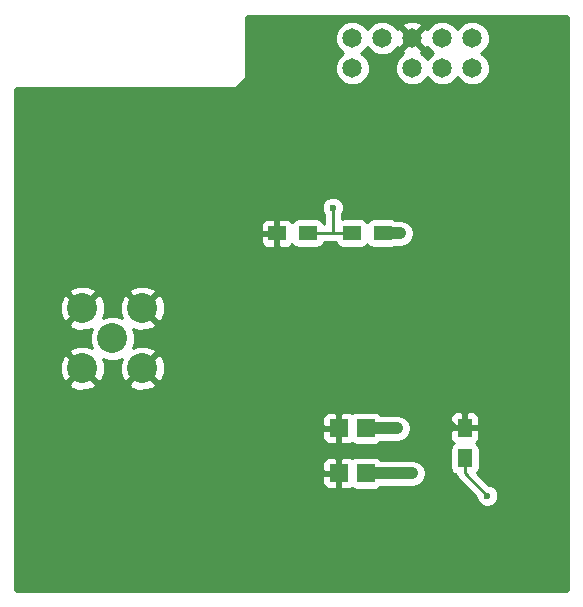
<source format=gbl>
G04 #@! TF.FileFunction,Copper,L2,Bot,Signal*
%FSLAX46Y46*%
G04 Gerber Fmt 4.6, Leading zero omitted, Abs format (unit mm)*
G04 Created by KiCad (PCBNEW 0.201506232253+5814~23~ubuntu14.04.1-product) date Mon 29 Jun 2015 10:40:57 AM CDT*
%MOMM*%
G01*
G04 APERTURE LIST*
%ADD10C,0.100000*%
%ADD11R,1.498600X1.498600*%
%ADD12C,2.540000*%
%ADD13C,1.651000*%
%ADD14R,1.198880X1.501140*%
%ADD15R,1.501140X1.198880*%
%ADD16C,0.600000*%
%ADD17C,1.016000*%
%ADD18C,0.250000*%
%ADD19C,0.254000*%
G04 APERTURE END LIST*
D10*
D11*
X140850620Y-116840000D03*
X138549380Y-116840000D03*
D12*
X119380000Y-109220000D03*
X121920000Y-106680000D03*
X121920000Y-111760000D03*
X116840000Y-111760000D03*
X116840000Y-106680000D03*
D13*
X139700000Y-83820000D03*
X139700000Y-86360000D03*
X142240000Y-83820000D03*
X142240000Y-86360000D03*
X144780000Y-83820000D03*
X144780000Y-86360000D03*
X147320000Y-83820000D03*
X147320000Y-86360000D03*
X149860000Y-83820000D03*
X149860000Y-86360000D03*
D14*
X149225000Y-119410480D03*
X149225000Y-116809520D03*
D11*
X140850620Y-120650000D03*
X138549380Y-120650000D03*
D15*
X142270480Y-100330000D03*
X139669520Y-100330000D03*
X135920480Y-100330000D03*
X133319520Y-100330000D03*
D16*
X144780000Y-120650000D03*
X143510000Y-116840000D03*
X143764000Y-100330000D03*
X144780000Y-124460000D03*
X140335000Y-124460000D03*
X132715000Y-91440000D03*
X132715000Y-83820000D03*
X137795000Y-91440000D03*
X156210000Y-128905000D03*
X140970000Y-106680000D03*
X140970000Y-113030000D03*
X150495000Y-106680000D03*
X147320000Y-115570000D03*
X149860000Y-112395000D03*
X151130000Y-98425000D03*
X121285000Y-91440000D03*
X133350000Y-127000000D03*
X121285000Y-127000000D03*
X156845000Y-84455000D03*
X156845000Y-91440000D03*
X151130000Y-122555000D03*
X138049000Y-98171000D03*
D17*
X140850620Y-120650000D02*
X144780000Y-120650000D01*
X140850620Y-116840000D02*
X143510000Y-116840000D01*
X142270480Y-100330000D02*
X143764000Y-100330000D01*
X144660620Y-86479380D02*
X144780000Y-86360000D01*
D18*
X137795000Y-91440000D02*
X132715000Y-91440000D01*
X142875000Y-81915000D02*
X144780000Y-83820000D01*
X135890000Y-81915000D02*
X132715000Y-83820000D01*
X142875000Y-81915000D02*
X135890000Y-81915000D01*
X149225000Y-116809520D02*
X151099520Y-116809520D01*
X156210000Y-121920000D02*
X156210000Y-128905000D01*
X151099520Y-116809520D02*
X156210000Y-121920000D01*
X138549380Y-116840000D02*
X138549380Y-115450620D01*
X138549380Y-115450620D02*
X140970000Y-113030000D01*
X150495000Y-106680000D02*
X150495000Y-99060000D01*
X149860000Y-107315000D02*
X150495000Y-106680000D01*
X147320000Y-115570000D02*
X147320000Y-114935000D01*
X148559520Y-116809520D02*
X147320000Y-115570000D01*
X149225000Y-116809520D02*
X148559520Y-116809520D01*
X147320000Y-114935000D02*
X149860000Y-112395000D01*
X149860000Y-112395000D02*
X149860000Y-107315000D01*
X150495000Y-99060000D02*
X151130000Y-98425000D01*
X121285000Y-127000000D02*
X133350000Y-127000000D01*
X146685000Y-81915000D02*
X154305000Y-81915000D01*
X154305000Y-81915000D02*
X156845000Y-84455000D01*
X144780000Y-83820000D02*
X146685000Y-81915000D01*
X149225000Y-119410480D02*
X149225000Y-120650000D01*
X149225000Y-120650000D02*
X151130000Y-122555000D01*
X138049000Y-100330000D02*
X138049000Y-98171000D01*
X139669520Y-100330000D02*
X138049000Y-100330000D01*
X138049000Y-100330000D02*
X135920480Y-100330000D01*
D19*
G36*
X157938000Y-82071736D02*
X157938000Y-130526264D01*
X157831264Y-130633000D01*
X111281736Y-130633000D01*
X111175000Y-130526264D01*
X111175000Y-120777000D01*
X137323830Y-120777000D01*
X137165080Y-120935750D01*
X137165080Y-121525610D01*
X137261753Y-121758999D01*
X137440382Y-121937627D01*
X137673771Y-122034300D01*
X138263630Y-122034300D01*
X138422380Y-121875550D01*
X138422380Y-120777000D01*
X137323830Y-120777000D01*
X111175000Y-120777000D01*
X111175000Y-119265700D01*
X137673771Y-119265700D01*
X137440382Y-119362373D01*
X137261753Y-119541001D01*
X137165080Y-119774390D01*
X137165080Y-120364250D01*
X137323830Y-120523000D01*
X138422380Y-120523000D01*
X138422380Y-119424450D01*
X138263630Y-119265700D01*
X137673771Y-119265700D01*
X111175000Y-119265700D01*
X111175000Y-119253260D01*
X140101320Y-119253260D01*
X139859197Y-119300237D01*
X139700494Y-119404488D01*
X139658378Y-119362373D01*
X139424989Y-119265700D01*
X138835130Y-119265700D01*
X138676380Y-119424450D01*
X138676380Y-120523000D01*
X138696380Y-120523000D01*
X138696380Y-120777000D01*
X138676380Y-120777000D01*
X138676380Y-121875550D01*
X138835130Y-122034300D01*
X139424989Y-122034300D01*
X139658378Y-121937627D01*
X139701023Y-121894982D01*
X139851680Y-121996677D01*
X140101320Y-122046740D01*
X141599920Y-122046740D01*
X141842043Y-121999763D01*
X142054847Y-121859973D01*
X142100055Y-121793000D01*
X144780000Y-121793000D01*
X145217407Y-121705994D01*
X145588223Y-121458223D01*
X145835994Y-121087407D01*
X145923000Y-120650000D01*
X145835994Y-120212593D01*
X145588223Y-119841777D01*
X145217407Y-119594006D01*
X144780000Y-119507000D01*
X142100813Y-119507000D01*
X142060593Y-119445773D01*
X141849560Y-119303323D01*
X141599920Y-119253260D01*
X140101320Y-119253260D01*
X111175000Y-119253260D01*
X111175000Y-118410270D01*
X148028183Y-118410270D01*
X147978120Y-118659910D01*
X147978120Y-120161050D01*
X148025097Y-120403173D01*
X148164887Y-120615977D01*
X148375920Y-120758427D01*
X148491165Y-120781538D01*
X148522852Y-120940839D01*
X148687599Y-121187401D01*
X150194878Y-122694680D01*
X150194838Y-122740167D01*
X150336883Y-123083943D01*
X150599673Y-123347192D01*
X150943201Y-123489838D01*
X151315167Y-123490162D01*
X151658943Y-123348117D01*
X151922192Y-123085327D01*
X152064838Y-122741799D01*
X152065162Y-122369833D01*
X151923117Y-122026057D01*
X151660327Y-121762808D01*
X151316799Y-121620162D01*
X151269923Y-121620121D01*
X150274634Y-120624832D01*
X150279367Y-120621723D01*
X150421817Y-120410690D01*
X150471880Y-120161050D01*
X150471880Y-118659910D01*
X150424903Y-118417787D01*
X150285113Y-118204983D01*
X150148878Y-118113023D01*
X150184139Y-118098417D01*
X150362767Y-117919788D01*
X150459440Y-117686399D01*
X150459440Y-117095270D01*
X150300690Y-116936520D01*
X149352000Y-116936520D01*
X149352000Y-116956520D01*
X149098000Y-116956520D01*
X149098000Y-116936520D01*
X148149310Y-116936520D01*
X144633801Y-116936520D01*
X144653000Y-116840000D01*
X144565994Y-116402593D01*
X144318223Y-116031777D01*
X143947407Y-115784006D01*
X143510000Y-115697000D01*
X142100813Y-115697000D01*
X142060593Y-115635773D01*
X141849560Y-115493323D01*
X141599920Y-115443260D01*
X140101320Y-115443260D01*
X139859197Y-115490237D01*
X139700494Y-115594488D01*
X139658378Y-115552373D01*
X139424989Y-115455700D01*
X138835130Y-115455700D01*
X138676380Y-115614450D01*
X138676380Y-116713000D01*
X138696380Y-116713000D01*
X138696380Y-116967000D01*
X138676380Y-116967000D01*
X138676380Y-118065550D01*
X138835130Y-118224300D01*
X139424989Y-118224300D01*
X139658378Y-118127627D01*
X139701023Y-118084982D01*
X139851680Y-118186677D01*
X140101320Y-118236740D01*
X141599920Y-118236740D01*
X141842043Y-118189763D01*
X142054847Y-118049973D01*
X142100055Y-117983000D01*
X143510000Y-117983000D01*
X143947407Y-117895994D01*
X144318223Y-117648223D01*
X144565994Y-117277407D01*
X144633801Y-116936520D01*
X148149310Y-116936520D01*
X144633801Y-116936520D01*
X144633801Y-116936520D01*
X148149310Y-116936520D01*
X147990560Y-117095270D01*
X147990560Y-117686399D01*
X148087233Y-117919788D01*
X148265861Y-118098417D01*
X148301586Y-118113215D01*
X148170633Y-118199237D01*
X148028183Y-118410270D01*
X111175000Y-118410270D01*
X111175000Y-116967000D01*
X137323830Y-116967000D01*
X137165080Y-117125750D01*
X137165080Y-117715610D01*
X137261753Y-117948999D01*
X137440382Y-118127627D01*
X137673771Y-118224300D01*
X138263630Y-118224300D01*
X138422380Y-118065550D01*
X138422380Y-116967000D01*
X137323830Y-116967000D01*
X111175000Y-116967000D01*
X111175000Y-115455700D01*
X137673771Y-115455700D01*
X137440382Y-115552373D01*
X137261753Y-115731001D01*
X137165080Y-115964390D01*
X137165080Y-116554250D01*
X137323830Y-116713000D01*
X138422380Y-116713000D01*
X138422380Y-115614450D01*
X138263630Y-115455700D01*
X137673771Y-115455700D01*
X111175000Y-115455700D01*
X111175000Y-115423950D01*
X148499250Y-115423950D01*
X148265861Y-115520623D01*
X148087233Y-115699252D01*
X147990560Y-115932641D01*
X147990560Y-116523770D01*
X148149310Y-116682520D01*
X149098000Y-116682520D01*
X149098000Y-115582700D01*
X148939250Y-115423950D01*
X149510750Y-115423950D01*
X149352000Y-115582700D01*
X149352000Y-116682520D01*
X150300690Y-116682520D01*
X150459440Y-116523770D01*
X150459440Y-115932641D01*
X150362767Y-115699252D01*
X150184139Y-115520623D01*
X149950750Y-115423950D01*
X149510750Y-115423950D01*
X148939250Y-115423950D01*
X148939250Y-115423950D01*
X148499250Y-115423950D01*
X111175000Y-115423950D01*
X111175000Y-113107777D01*
X115671828Y-113107777D01*
X115803520Y-113402657D01*
X116511036Y-113674261D01*
X117268632Y-113654436D01*
X117876480Y-113402657D01*
X118008172Y-113107777D01*
X120751828Y-113107777D01*
X118008172Y-113107777D01*
X118008172Y-113107777D01*
X120751828Y-113107777D01*
X120883520Y-113402657D01*
X121591036Y-113674261D01*
X122348632Y-113654436D01*
X122956480Y-113402657D01*
X123088172Y-113107777D01*
X121920000Y-111939605D01*
X121560790Y-111939605D01*
X121740395Y-111760000D01*
X121740395Y-111760000D01*
X122099605Y-111760000D01*
X123267777Y-112928172D01*
X123562657Y-112796480D01*
X123834261Y-112088964D01*
X123814436Y-111331368D01*
X123562657Y-110723520D01*
X123267777Y-110591828D01*
X122099605Y-111760000D01*
X121740395Y-111760000D01*
X121726253Y-111745858D01*
X121905858Y-111566253D01*
X121920000Y-111580395D01*
X123088172Y-110412223D01*
X122956480Y-110117343D01*
X122248964Y-109845739D01*
X121491368Y-109865564D01*
X121108850Y-110024008D01*
X121284668Y-109600590D01*
X121285330Y-108842735D01*
X121105676Y-108407939D01*
X121591036Y-108594261D01*
X122348632Y-108574436D01*
X122956480Y-108322657D01*
X123088172Y-108027777D01*
X121920000Y-106859605D01*
X121905858Y-106873748D01*
X121726253Y-106694143D01*
X121740395Y-106680000D01*
X122099605Y-106680000D01*
X123267777Y-107848172D01*
X123562657Y-107716480D01*
X123834261Y-107008964D01*
X123814436Y-106251368D01*
X123562657Y-105643520D01*
X123267777Y-105511828D01*
X122099605Y-106680000D01*
X121740395Y-106680000D01*
X121740395Y-106680000D01*
X120572223Y-105511828D01*
X120277343Y-105643520D01*
X120005739Y-106351036D01*
X120025564Y-107108632D01*
X120184008Y-107491150D01*
X119760590Y-107315332D01*
X119002735Y-107314670D01*
X118567939Y-107494324D01*
X118754261Y-107008964D01*
X118734436Y-106251368D01*
X118482657Y-105643520D01*
X118187777Y-105511828D01*
X117019605Y-106680000D01*
X117033748Y-106694143D01*
X116854143Y-106873748D01*
X116840000Y-106859605D01*
X115671828Y-108027777D01*
X115803520Y-108322657D01*
X116511036Y-108594261D01*
X117268632Y-108574436D01*
X117651150Y-108415992D01*
X117475332Y-108839410D01*
X117474670Y-109597265D01*
X117654324Y-110032061D01*
X117168964Y-109845739D01*
X116411368Y-109865564D01*
X115803520Y-110117343D01*
X115671828Y-110412223D01*
X116840000Y-111580395D01*
X116854143Y-111566253D01*
X117033748Y-111745858D01*
X117019605Y-111760000D01*
X118187777Y-112928172D01*
X118482657Y-112796480D01*
X118754261Y-112088964D01*
X118734436Y-111331368D01*
X118575992Y-110948850D01*
X118999410Y-111124668D01*
X119757265Y-111125330D01*
X120192061Y-110945676D01*
X120005739Y-111431036D01*
X120025564Y-112188632D01*
X120277343Y-112796480D01*
X120572223Y-112928172D01*
X121560790Y-111939605D01*
X121920000Y-111939605D01*
X121560790Y-111939605D01*
X121560790Y-111939605D01*
X121920000Y-111939605D01*
X120751828Y-113107777D01*
X118008172Y-113107777D01*
X118008172Y-113107777D01*
X116840000Y-111939605D01*
X115671828Y-113107777D01*
X111175000Y-113107777D01*
X111175000Y-110723520D01*
X115197343Y-110723520D01*
X114925739Y-111431036D01*
X114945564Y-112188632D01*
X115197343Y-112796480D01*
X115492223Y-112928172D01*
X116660395Y-111760000D01*
X115492223Y-110591828D01*
X115197343Y-110723520D01*
X111175000Y-110723520D01*
X111175000Y-105643520D01*
X115197343Y-105643520D01*
X114925739Y-106351036D01*
X114945564Y-107108632D01*
X115197343Y-107716480D01*
X115492223Y-107848172D01*
X116660395Y-106680000D01*
X115492223Y-105511828D01*
X115197343Y-105643520D01*
X111175000Y-105643520D01*
X111175000Y-104785564D01*
X116411368Y-104785564D01*
X115803520Y-105037343D01*
X115671828Y-105332223D01*
X116840000Y-106500395D01*
X118008172Y-105332223D01*
X117876480Y-105037343D01*
X117220607Y-104785564D01*
X121491368Y-104785564D01*
X120883520Y-105037343D01*
X120751828Y-105332223D01*
X121920000Y-106500395D01*
X123088172Y-105332223D01*
X122956480Y-105037343D01*
X122248964Y-104765739D01*
X121491368Y-104785564D01*
X117220607Y-104785564D01*
X117168964Y-104765739D01*
X116411368Y-104785564D01*
X111175000Y-104785564D01*
X111175000Y-100457000D01*
X132092700Y-100457000D01*
X131933950Y-100615750D01*
X131933950Y-101055750D01*
X132030623Y-101289139D01*
X132209252Y-101467767D01*
X132442641Y-101564440D01*
X133033770Y-101564440D01*
X133192520Y-101405690D01*
X133192520Y-100457000D01*
X132092700Y-100457000D01*
X111175000Y-100457000D01*
X111175000Y-99095560D01*
X132442641Y-99095560D01*
X132209252Y-99192233D01*
X132030623Y-99370861D01*
X131933950Y-99604250D01*
X131933950Y-100044250D01*
X132092700Y-100203000D01*
X133192520Y-100203000D01*
X133192520Y-99254310D01*
X133033770Y-99095560D01*
X132442641Y-99095560D01*
X111175000Y-99095560D01*
X111175000Y-97377883D01*
X137520057Y-97377883D01*
X137256808Y-97640673D01*
X137114162Y-97984201D01*
X137113838Y-98356167D01*
X137255883Y-98699943D01*
X137289000Y-98733118D01*
X137289000Y-99570000D01*
X137287338Y-99570000D01*
X137271513Y-99488437D01*
X137131723Y-99275633D01*
X136920690Y-99133183D01*
X136671050Y-99083120D01*
X135169910Y-99083120D01*
X134927787Y-99130097D01*
X134714983Y-99269887D01*
X134623023Y-99406122D01*
X134608417Y-99370861D01*
X134429788Y-99192233D01*
X134196399Y-99095560D01*
X133605270Y-99095560D01*
X133446520Y-99254310D01*
X133446520Y-100203000D01*
X133466520Y-100203000D01*
X133466520Y-100457000D01*
X133446520Y-100457000D01*
X133446520Y-101405690D01*
X133605270Y-101564440D01*
X134196399Y-101564440D01*
X134429788Y-101467767D01*
X134608417Y-101289139D01*
X134623215Y-101253414D01*
X134709237Y-101384367D01*
X134920270Y-101526817D01*
X135169910Y-101576880D01*
X136671050Y-101576880D01*
X136913173Y-101529903D01*
X137125977Y-101390113D01*
X137268427Y-101179080D01*
X137286291Y-101090000D01*
X138302662Y-101090000D01*
X138318487Y-101171563D01*
X138458277Y-101384367D01*
X138669310Y-101526817D01*
X138918950Y-101576880D01*
X140420090Y-101576880D01*
X140662213Y-101529903D01*
X140875017Y-101390113D01*
X140970293Y-101248966D01*
X141059237Y-101384367D01*
X141270270Y-101526817D01*
X141519910Y-101576880D01*
X143021050Y-101576880D01*
X143263173Y-101529903D01*
X143349797Y-101473000D01*
X143764000Y-101473000D01*
X144201407Y-101385994D01*
X144572223Y-101138223D01*
X144819994Y-100767407D01*
X144907000Y-100330000D01*
X144819994Y-99892593D01*
X144572223Y-99521777D01*
X144201407Y-99274006D01*
X143764000Y-99187000D01*
X143350417Y-99187000D01*
X143270690Y-99133183D01*
X143021050Y-99083120D01*
X141519910Y-99083120D01*
X141277787Y-99130097D01*
X141064983Y-99269887D01*
X140969707Y-99411034D01*
X140880763Y-99275633D01*
X140669730Y-99133183D01*
X140420090Y-99083120D01*
X138918950Y-99083120D01*
X138809000Y-99104453D01*
X138809000Y-98733463D01*
X138841192Y-98701327D01*
X138983838Y-98357799D01*
X138984162Y-97985833D01*
X138842117Y-97642057D01*
X138579327Y-97378808D01*
X138235799Y-97236162D01*
X137863833Y-97235838D01*
X137520057Y-97377883D01*
X111175000Y-97377883D01*
X111175000Y-88167736D01*
X111281736Y-88061000D01*
X129540000Y-88061000D01*
X129802138Y-88008857D01*
X130024368Y-87860368D01*
X130532368Y-87352368D01*
X130680857Y-87130138D01*
X130733000Y-86868000D01*
X130733000Y-82359247D01*
X139410763Y-82359247D01*
X138873774Y-82581126D01*
X138462570Y-82991613D01*
X138239754Y-83528214D01*
X138239247Y-84109237D01*
X138461126Y-84646226D01*
X138871613Y-85057430D01*
X138949579Y-85089804D01*
X138873774Y-85121126D01*
X138462570Y-85531613D01*
X138239754Y-86068214D01*
X138239247Y-86649237D01*
X138461126Y-87186226D01*
X138871613Y-87597430D01*
X139408214Y-87820246D01*
X139989237Y-87820753D01*
X140526226Y-87598874D01*
X140937430Y-87188387D01*
X141160246Y-86651786D01*
X141160753Y-86070763D01*
X140938874Y-85533774D01*
X140528387Y-85122570D01*
X140450421Y-85090196D01*
X140526226Y-85058874D01*
X140937430Y-84648387D01*
X140969804Y-84570421D01*
X141001126Y-84646226D01*
X141411613Y-85057430D01*
X141948214Y-85280246D01*
X142529237Y-85280753D01*
X143066226Y-85058874D01*
X143477430Y-84648387D01*
X143503487Y-84585634D01*
X143505024Y-84589344D01*
X143753785Y-84666610D01*
X144600395Y-83820000D01*
X144959605Y-83820000D01*
X144600395Y-83820000D01*
X144600395Y-83820000D01*
X144959605Y-83820000D01*
X145806215Y-84666610D01*
X146054976Y-84589344D01*
X146056211Y-84585926D01*
X146081126Y-84646226D01*
X146491613Y-85057430D01*
X146569579Y-85089804D01*
X146493774Y-85121126D01*
X146082570Y-85531613D01*
X146050196Y-85609579D01*
X146018874Y-85533774D01*
X145608387Y-85122570D01*
X145545634Y-85096513D01*
X145549344Y-85094976D01*
X145626610Y-84846215D01*
X144780000Y-83999605D01*
X143933390Y-84846215D01*
X144010656Y-85094976D01*
X144014074Y-85096211D01*
X143953774Y-85121126D01*
X143542570Y-85531613D01*
X143319754Y-86068214D01*
X143319247Y-86649237D01*
X143541126Y-87186226D01*
X143951613Y-87597430D01*
X144488214Y-87820246D01*
X145069237Y-87820753D01*
X145606226Y-87598874D01*
X146017430Y-87188387D01*
X146049804Y-87110421D01*
X146081126Y-87186226D01*
X146491613Y-87597430D01*
X147028214Y-87820246D01*
X147609237Y-87820753D01*
X148146226Y-87598874D01*
X148557430Y-87188387D01*
X148589804Y-87110421D01*
X148621126Y-87186226D01*
X149031613Y-87597430D01*
X149568214Y-87820246D01*
X150149237Y-87820753D01*
X150686226Y-87598874D01*
X151097430Y-87188387D01*
X151320246Y-86651786D01*
X151320753Y-86070763D01*
X151098874Y-85533774D01*
X150688387Y-85122570D01*
X150610421Y-85090196D01*
X150686226Y-85058874D01*
X151097430Y-84648387D01*
X151320246Y-84111786D01*
X151320753Y-83530763D01*
X151098874Y-82993774D01*
X150688387Y-82582570D01*
X150151786Y-82359754D01*
X149570763Y-82359247D01*
X149033774Y-82581126D01*
X148622570Y-82991613D01*
X148590196Y-83069579D01*
X148558874Y-82993774D01*
X148148387Y-82582570D01*
X147611786Y-82359754D01*
X147030763Y-82359247D01*
X145034952Y-82359247D01*
X145002869Y-82347660D01*
X144422465Y-82374447D01*
X144010656Y-82545024D01*
X143933390Y-82793785D01*
X144780000Y-83640395D01*
X145626610Y-82793785D01*
X145549344Y-82545024D01*
X145034952Y-82359247D01*
X147030763Y-82359247D01*
X145034952Y-82359247D01*
X145034952Y-82359247D01*
X147030763Y-82359247D01*
X146493774Y-82581126D01*
X146082570Y-82991613D01*
X146056513Y-83054366D01*
X146054976Y-83050656D01*
X145806215Y-82973390D01*
X144959605Y-83820000D01*
X144600395Y-83820000D01*
X144600395Y-83820000D01*
X143753785Y-82973390D01*
X143505024Y-83050656D01*
X143503789Y-83054074D01*
X143478874Y-82993774D01*
X143068387Y-82582570D01*
X142531786Y-82359754D01*
X141950763Y-82359247D01*
X141413774Y-82581126D01*
X141002570Y-82991613D01*
X140970196Y-83069579D01*
X140938874Y-82993774D01*
X140528387Y-82582570D01*
X139991786Y-82359754D01*
X139410763Y-82359247D01*
X130733000Y-82359247D01*
X130733000Y-82071736D01*
X130839736Y-81965000D01*
X157831264Y-81965000D01*
X157938000Y-82071736D01*
X157938000Y-82071736D01*
G37*
X157938000Y-82071736D02*
X157938000Y-130526264D01*
X157831264Y-130633000D01*
X111281736Y-130633000D01*
X111175000Y-130526264D01*
X111175000Y-120777000D01*
X137323830Y-120777000D01*
X137165080Y-120935750D01*
X137165080Y-121525610D01*
X137261753Y-121758999D01*
X137440382Y-121937627D01*
X137673771Y-122034300D01*
X138263630Y-122034300D01*
X138422380Y-121875550D01*
X138422380Y-120777000D01*
X137323830Y-120777000D01*
X111175000Y-120777000D01*
X111175000Y-119265700D01*
X137673771Y-119265700D01*
X137440382Y-119362373D01*
X137261753Y-119541001D01*
X137165080Y-119774390D01*
X137165080Y-120364250D01*
X137323830Y-120523000D01*
X138422380Y-120523000D01*
X138422380Y-119424450D01*
X138263630Y-119265700D01*
X137673771Y-119265700D01*
X111175000Y-119265700D01*
X111175000Y-119253260D01*
X140101320Y-119253260D01*
X139859197Y-119300237D01*
X139700494Y-119404488D01*
X139658378Y-119362373D01*
X139424989Y-119265700D01*
X138835130Y-119265700D01*
X138676380Y-119424450D01*
X138676380Y-120523000D01*
X138696380Y-120523000D01*
X138696380Y-120777000D01*
X138676380Y-120777000D01*
X138676380Y-121875550D01*
X138835130Y-122034300D01*
X139424989Y-122034300D01*
X139658378Y-121937627D01*
X139701023Y-121894982D01*
X139851680Y-121996677D01*
X140101320Y-122046740D01*
X141599920Y-122046740D01*
X141842043Y-121999763D01*
X142054847Y-121859973D01*
X142100055Y-121793000D01*
X144780000Y-121793000D01*
X145217407Y-121705994D01*
X145588223Y-121458223D01*
X145835994Y-121087407D01*
X145923000Y-120650000D01*
X145835994Y-120212593D01*
X145588223Y-119841777D01*
X145217407Y-119594006D01*
X144780000Y-119507000D01*
X142100813Y-119507000D01*
X142060593Y-119445773D01*
X141849560Y-119303323D01*
X141599920Y-119253260D01*
X140101320Y-119253260D01*
X111175000Y-119253260D01*
X111175000Y-118410270D01*
X148028183Y-118410270D01*
X147978120Y-118659910D01*
X147978120Y-120161050D01*
X148025097Y-120403173D01*
X148164887Y-120615977D01*
X148375920Y-120758427D01*
X148491165Y-120781538D01*
X148522852Y-120940839D01*
X148687599Y-121187401D01*
X150194878Y-122694680D01*
X150194838Y-122740167D01*
X150336883Y-123083943D01*
X150599673Y-123347192D01*
X150943201Y-123489838D01*
X151315167Y-123490162D01*
X151658943Y-123348117D01*
X151922192Y-123085327D01*
X152064838Y-122741799D01*
X152065162Y-122369833D01*
X151923117Y-122026057D01*
X151660327Y-121762808D01*
X151316799Y-121620162D01*
X151269923Y-121620121D01*
X150274634Y-120624832D01*
X150279367Y-120621723D01*
X150421817Y-120410690D01*
X150471880Y-120161050D01*
X150471880Y-118659910D01*
X150424903Y-118417787D01*
X150285113Y-118204983D01*
X150148878Y-118113023D01*
X150184139Y-118098417D01*
X150362767Y-117919788D01*
X150459440Y-117686399D01*
X150459440Y-117095270D01*
X150300690Y-116936520D01*
X149352000Y-116936520D01*
X149352000Y-116956520D01*
X149098000Y-116956520D01*
X149098000Y-116936520D01*
X148149310Y-116936520D01*
X144633801Y-116936520D01*
X144653000Y-116840000D01*
X144565994Y-116402593D01*
X144318223Y-116031777D01*
X143947407Y-115784006D01*
X143510000Y-115697000D01*
X142100813Y-115697000D01*
X142060593Y-115635773D01*
X141849560Y-115493323D01*
X141599920Y-115443260D01*
X140101320Y-115443260D01*
X139859197Y-115490237D01*
X139700494Y-115594488D01*
X139658378Y-115552373D01*
X139424989Y-115455700D01*
X138835130Y-115455700D01*
X138676380Y-115614450D01*
X138676380Y-116713000D01*
X138696380Y-116713000D01*
X138696380Y-116967000D01*
X138676380Y-116967000D01*
X138676380Y-118065550D01*
X138835130Y-118224300D01*
X139424989Y-118224300D01*
X139658378Y-118127627D01*
X139701023Y-118084982D01*
X139851680Y-118186677D01*
X140101320Y-118236740D01*
X141599920Y-118236740D01*
X141842043Y-118189763D01*
X142054847Y-118049973D01*
X142100055Y-117983000D01*
X143510000Y-117983000D01*
X143947407Y-117895994D01*
X144318223Y-117648223D01*
X144565994Y-117277407D01*
X144633801Y-116936520D01*
X148149310Y-116936520D01*
X144633801Y-116936520D01*
X144633801Y-116936520D01*
X148149310Y-116936520D01*
X147990560Y-117095270D01*
X147990560Y-117686399D01*
X148087233Y-117919788D01*
X148265861Y-118098417D01*
X148301586Y-118113215D01*
X148170633Y-118199237D01*
X148028183Y-118410270D01*
X111175000Y-118410270D01*
X111175000Y-116967000D01*
X137323830Y-116967000D01*
X137165080Y-117125750D01*
X137165080Y-117715610D01*
X137261753Y-117948999D01*
X137440382Y-118127627D01*
X137673771Y-118224300D01*
X138263630Y-118224300D01*
X138422380Y-118065550D01*
X138422380Y-116967000D01*
X137323830Y-116967000D01*
X111175000Y-116967000D01*
X111175000Y-115455700D01*
X137673771Y-115455700D01*
X137440382Y-115552373D01*
X137261753Y-115731001D01*
X137165080Y-115964390D01*
X137165080Y-116554250D01*
X137323830Y-116713000D01*
X138422380Y-116713000D01*
X138422380Y-115614450D01*
X138263630Y-115455700D01*
X137673771Y-115455700D01*
X111175000Y-115455700D01*
X111175000Y-115423950D01*
X148499250Y-115423950D01*
X148265861Y-115520623D01*
X148087233Y-115699252D01*
X147990560Y-115932641D01*
X147990560Y-116523770D01*
X148149310Y-116682520D01*
X149098000Y-116682520D01*
X149098000Y-115582700D01*
X148939250Y-115423950D01*
X149510750Y-115423950D01*
X149352000Y-115582700D01*
X149352000Y-116682520D01*
X150300690Y-116682520D01*
X150459440Y-116523770D01*
X150459440Y-115932641D01*
X150362767Y-115699252D01*
X150184139Y-115520623D01*
X149950750Y-115423950D01*
X149510750Y-115423950D01*
X148939250Y-115423950D01*
X148939250Y-115423950D01*
X148499250Y-115423950D01*
X111175000Y-115423950D01*
X111175000Y-113107777D01*
X115671828Y-113107777D01*
X115803520Y-113402657D01*
X116511036Y-113674261D01*
X117268632Y-113654436D01*
X117876480Y-113402657D01*
X118008172Y-113107777D01*
X120751828Y-113107777D01*
X118008172Y-113107777D01*
X118008172Y-113107777D01*
X120751828Y-113107777D01*
X120883520Y-113402657D01*
X121591036Y-113674261D01*
X122348632Y-113654436D01*
X122956480Y-113402657D01*
X123088172Y-113107777D01*
X121920000Y-111939605D01*
X121560790Y-111939605D01*
X121740395Y-111760000D01*
X121740395Y-111760000D01*
X122099605Y-111760000D01*
X123267777Y-112928172D01*
X123562657Y-112796480D01*
X123834261Y-112088964D01*
X123814436Y-111331368D01*
X123562657Y-110723520D01*
X123267777Y-110591828D01*
X122099605Y-111760000D01*
X121740395Y-111760000D01*
X121726253Y-111745858D01*
X121905858Y-111566253D01*
X121920000Y-111580395D01*
X123088172Y-110412223D01*
X122956480Y-110117343D01*
X122248964Y-109845739D01*
X121491368Y-109865564D01*
X121108850Y-110024008D01*
X121284668Y-109600590D01*
X121285330Y-108842735D01*
X121105676Y-108407939D01*
X121591036Y-108594261D01*
X122348632Y-108574436D01*
X122956480Y-108322657D01*
X123088172Y-108027777D01*
X121920000Y-106859605D01*
X121905858Y-106873748D01*
X121726253Y-106694143D01*
X121740395Y-106680000D01*
X122099605Y-106680000D01*
X123267777Y-107848172D01*
X123562657Y-107716480D01*
X123834261Y-107008964D01*
X123814436Y-106251368D01*
X123562657Y-105643520D01*
X123267777Y-105511828D01*
X122099605Y-106680000D01*
X121740395Y-106680000D01*
X121740395Y-106680000D01*
X120572223Y-105511828D01*
X120277343Y-105643520D01*
X120005739Y-106351036D01*
X120025564Y-107108632D01*
X120184008Y-107491150D01*
X119760590Y-107315332D01*
X119002735Y-107314670D01*
X118567939Y-107494324D01*
X118754261Y-107008964D01*
X118734436Y-106251368D01*
X118482657Y-105643520D01*
X118187777Y-105511828D01*
X117019605Y-106680000D01*
X117033748Y-106694143D01*
X116854143Y-106873748D01*
X116840000Y-106859605D01*
X115671828Y-108027777D01*
X115803520Y-108322657D01*
X116511036Y-108594261D01*
X117268632Y-108574436D01*
X117651150Y-108415992D01*
X117475332Y-108839410D01*
X117474670Y-109597265D01*
X117654324Y-110032061D01*
X117168964Y-109845739D01*
X116411368Y-109865564D01*
X115803520Y-110117343D01*
X115671828Y-110412223D01*
X116840000Y-111580395D01*
X116854143Y-111566253D01*
X117033748Y-111745858D01*
X117019605Y-111760000D01*
X118187777Y-112928172D01*
X118482657Y-112796480D01*
X118754261Y-112088964D01*
X118734436Y-111331368D01*
X118575992Y-110948850D01*
X118999410Y-111124668D01*
X119757265Y-111125330D01*
X120192061Y-110945676D01*
X120005739Y-111431036D01*
X120025564Y-112188632D01*
X120277343Y-112796480D01*
X120572223Y-112928172D01*
X121560790Y-111939605D01*
X121920000Y-111939605D01*
X121560790Y-111939605D01*
X121560790Y-111939605D01*
X121920000Y-111939605D01*
X120751828Y-113107777D01*
X118008172Y-113107777D01*
X118008172Y-113107777D01*
X116840000Y-111939605D01*
X115671828Y-113107777D01*
X111175000Y-113107777D01*
X111175000Y-110723520D01*
X115197343Y-110723520D01*
X114925739Y-111431036D01*
X114945564Y-112188632D01*
X115197343Y-112796480D01*
X115492223Y-112928172D01*
X116660395Y-111760000D01*
X115492223Y-110591828D01*
X115197343Y-110723520D01*
X111175000Y-110723520D01*
X111175000Y-105643520D01*
X115197343Y-105643520D01*
X114925739Y-106351036D01*
X114945564Y-107108632D01*
X115197343Y-107716480D01*
X115492223Y-107848172D01*
X116660395Y-106680000D01*
X115492223Y-105511828D01*
X115197343Y-105643520D01*
X111175000Y-105643520D01*
X111175000Y-104785564D01*
X116411368Y-104785564D01*
X115803520Y-105037343D01*
X115671828Y-105332223D01*
X116840000Y-106500395D01*
X118008172Y-105332223D01*
X117876480Y-105037343D01*
X117220607Y-104785564D01*
X121491368Y-104785564D01*
X120883520Y-105037343D01*
X120751828Y-105332223D01*
X121920000Y-106500395D01*
X123088172Y-105332223D01*
X122956480Y-105037343D01*
X122248964Y-104765739D01*
X121491368Y-104785564D01*
X117220607Y-104785564D01*
X117168964Y-104765739D01*
X116411368Y-104785564D01*
X111175000Y-104785564D01*
X111175000Y-100457000D01*
X132092700Y-100457000D01*
X131933950Y-100615750D01*
X131933950Y-101055750D01*
X132030623Y-101289139D01*
X132209252Y-101467767D01*
X132442641Y-101564440D01*
X133033770Y-101564440D01*
X133192520Y-101405690D01*
X133192520Y-100457000D01*
X132092700Y-100457000D01*
X111175000Y-100457000D01*
X111175000Y-99095560D01*
X132442641Y-99095560D01*
X132209252Y-99192233D01*
X132030623Y-99370861D01*
X131933950Y-99604250D01*
X131933950Y-100044250D01*
X132092700Y-100203000D01*
X133192520Y-100203000D01*
X133192520Y-99254310D01*
X133033770Y-99095560D01*
X132442641Y-99095560D01*
X111175000Y-99095560D01*
X111175000Y-97377883D01*
X137520057Y-97377883D01*
X137256808Y-97640673D01*
X137114162Y-97984201D01*
X137113838Y-98356167D01*
X137255883Y-98699943D01*
X137289000Y-98733118D01*
X137289000Y-99570000D01*
X137287338Y-99570000D01*
X137271513Y-99488437D01*
X137131723Y-99275633D01*
X136920690Y-99133183D01*
X136671050Y-99083120D01*
X135169910Y-99083120D01*
X134927787Y-99130097D01*
X134714983Y-99269887D01*
X134623023Y-99406122D01*
X134608417Y-99370861D01*
X134429788Y-99192233D01*
X134196399Y-99095560D01*
X133605270Y-99095560D01*
X133446520Y-99254310D01*
X133446520Y-100203000D01*
X133466520Y-100203000D01*
X133466520Y-100457000D01*
X133446520Y-100457000D01*
X133446520Y-101405690D01*
X133605270Y-101564440D01*
X134196399Y-101564440D01*
X134429788Y-101467767D01*
X134608417Y-101289139D01*
X134623215Y-101253414D01*
X134709237Y-101384367D01*
X134920270Y-101526817D01*
X135169910Y-101576880D01*
X136671050Y-101576880D01*
X136913173Y-101529903D01*
X137125977Y-101390113D01*
X137268427Y-101179080D01*
X137286291Y-101090000D01*
X138302662Y-101090000D01*
X138318487Y-101171563D01*
X138458277Y-101384367D01*
X138669310Y-101526817D01*
X138918950Y-101576880D01*
X140420090Y-101576880D01*
X140662213Y-101529903D01*
X140875017Y-101390113D01*
X140970293Y-101248966D01*
X141059237Y-101384367D01*
X141270270Y-101526817D01*
X141519910Y-101576880D01*
X143021050Y-101576880D01*
X143263173Y-101529903D01*
X143349797Y-101473000D01*
X143764000Y-101473000D01*
X144201407Y-101385994D01*
X144572223Y-101138223D01*
X144819994Y-100767407D01*
X144907000Y-100330000D01*
X144819994Y-99892593D01*
X144572223Y-99521777D01*
X144201407Y-99274006D01*
X143764000Y-99187000D01*
X143350417Y-99187000D01*
X143270690Y-99133183D01*
X143021050Y-99083120D01*
X141519910Y-99083120D01*
X141277787Y-99130097D01*
X141064983Y-99269887D01*
X140969707Y-99411034D01*
X140880763Y-99275633D01*
X140669730Y-99133183D01*
X140420090Y-99083120D01*
X138918950Y-99083120D01*
X138809000Y-99104453D01*
X138809000Y-98733463D01*
X138841192Y-98701327D01*
X138983838Y-98357799D01*
X138984162Y-97985833D01*
X138842117Y-97642057D01*
X138579327Y-97378808D01*
X138235799Y-97236162D01*
X137863833Y-97235838D01*
X137520057Y-97377883D01*
X111175000Y-97377883D01*
X111175000Y-88167736D01*
X111281736Y-88061000D01*
X129540000Y-88061000D01*
X129802138Y-88008857D01*
X130024368Y-87860368D01*
X130532368Y-87352368D01*
X130680857Y-87130138D01*
X130733000Y-86868000D01*
X130733000Y-82359247D01*
X139410763Y-82359247D01*
X138873774Y-82581126D01*
X138462570Y-82991613D01*
X138239754Y-83528214D01*
X138239247Y-84109237D01*
X138461126Y-84646226D01*
X138871613Y-85057430D01*
X138949579Y-85089804D01*
X138873774Y-85121126D01*
X138462570Y-85531613D01*
X138239754Y-86068214D01*
X138239247Y-86649237D01*
X138461126Y-87186226D01*
X138871613Y-87597430D01*
X139408214Y-87820246D01*
X139989237Y-87820753D01*
X140526226Y-87598874D01*
X140937430Y-87188387D01*
X141160246Y-86651786D01*
X141160753Y-86070763D01*
X140938874Y-85533774D01*
X140528387Y-85122570D01*
X140450421Y-85090196D01*
X140526226Y-85058874D01*
X140937430Y-84648387D01*
X140969804Y-84570421D01*
X141001126Y-84646226D01*
X141411613Y-85057430D01*
X141948214Y-85280246D01*
X142529237Y-85280753D01*
X143066226Y-85058874D01*
X143477430Y-84648387D01*
X143503487Y-84585634D01*
X143505024Y-84589344D01*
X143753785Y-84666610D01*
X144600395Y-83820000D01*
X144959605Y-83820000D01*
X144600395Y-83820000D01*
X144600395Y-83820000D01*
X144959605Y-83820000D01*
X145806215Y-84666610D01*
X146054976Y-84589344D01*
X146056211Y-84585926D01*
X146081126Y-84646226D01*
X146491613Y-85057430D01*
X146569579Y-85089804D01*
X146493774Y-85121126D01*
X146082570Y-85531613D01*
X146050196Y-85609579D01*
X146018874Y-85533774D01*
X145608387Y-85122570D01*
X145545634Y-85096513D01*
X145549344Y-85094976D01*
X145626610Y-84846215D01*
X144780000Y-83999605D01*
X143933390Y-84846215D01*
X144010656Y-85094976D01*
X144014074Y-85096211D01*
X143953774Y-85121126D01*
X143542570Y-85531613D01*
X143319754Y-86068214D01*
X143319247Y-86649237D01*
X143541126Y-87186226D01*
X143951613Y-87597430D01*
X144488214Y-87820246D01*
X145069237Y-87820753D01*
X145606226Y-87598874D01*
X146017430Y-87188387D01*
X146049804Y-87110421D01*
X146081126Y-87186226D01*
X146491613Y-87597430D01*
X147028214Y-87820246D01*
X147609237Y-87820753D01*
X148146226Y-87598874D01*
X148557430Y-87188387D01*
X148589804Y-87110421D01*
X148621126Y-87186226D01*
X149031613Y-87597430D01*
X149568214Y-87820246D01*
X150149237Y-87820753D01*
X150686226Y-87598874D01*
X151097430Y-87188387D01*
X151320246Y-86651786D01*
X151320753Y-86070763D01*
X151098874Y-85533774D01*
X150688387Y-85122570D01*
X150610421Y-85090196D01*
X150686226Y-85058874D01*
X151097430Y-84648387D01*
X151320246Y-84111786D01*
X151320753Y-83530763D01*
X151098874Y-82993774D01*
X150688387Y-82582570D01*
X150151786Y-82359754D01*
X149570763Y-82359247D01*
X149033774Y-82581126D01*
X148622570Y-82991613D01*
X148590196Y-83069579D01*
X148558874Y-82993774D01*
X148148387Y-82582570D01*
X147611786Y-82359754D01*
X147030763Y-82359247D01*
X145034952Y-82359247D01*
X145002869Y-82347660D01*
X144422465Y-82374447D01*
X144010656Y-82545024D01*
X143933390Y-82793785D01*
X144780000Y-83640395D01*
X145626610Y-82793785D01*
X145549344Y-82545024D01*
X145034952Y-82359247D01*
X147030763Y-82359247D01*
X145034952Y-82359247D01*
X145034952Y-82359247D01*
X147030763Y-82359247D01*
X146493774Y-82581126D01*
X146082570Y-82991613D01*
X146056513Y-83054366D01*
X146054976Y-83050656D01*
X145806215Y-82973390D01*
X144959605Y-83820000D01*
X144600395Y-83820000D01*
X144600395Y-83820000D01*
X143753785Y-82973390D01*
X143505024Y-83050656D01*
X143503789Y-83054074D01*
X143478874Y-82993774D01*
X143068387Y-82582570D01*
X142531786Y-82359754D01*
X141950763Y-82359247D01*
X141413774Y-82581126D01*
X141002570Y-82991613D01*
X140970196Y-83069579D01*
X140938874Y-82993774D01*
X140528387Y-82582570D01*
X139991786Y-82359754D01*
X139410763Y-82359247D01*
X130733000Y-82359247D01*
X130733000Y-82071736D01*
X130839736Y-81965000D01*
X157831264Y-81965000D01*
X157938000Y-82071736D01*
M02*

</source>
